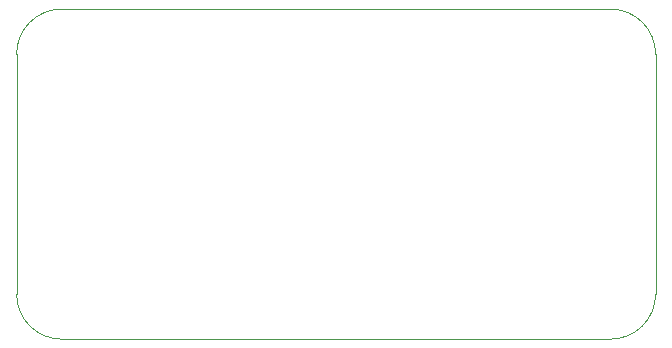
<source format=gm1>
G04 #@! TF.GenerationSoftware,KiCad,Pcbnew,7.0.1*
G04 #@! TF.CreationDate,2023-07-05T13:46:03-05:00*
G04 #@! TF.ProjectId,MCP23008 Keypad Breakout,4d435032-3330-4303-9820-4b6579706164,rev?*
G04 #@! TF.SameCoordinates,Original*
G04 #@! TF.FileFunction,Profile,NP*
%FSLAX46Y46*%
G04 Gerber Fmt 4.6, Leading zero omitted, Abs format (unit mm)*
G04 Created by KiCad (PCBNEW 7.0.1) date 2023-07-05 13:46:03*
%MOMM*%
%LPD*%
G01*
G04 APERTURE LIST*
G04 #@! TA.AperFunction,Profile*
%ADD10C,0.100000*%
G04 #@! TD*
G04 APERTURE END LIST*
D10*
X173736000Y-133350000D02*
G75*
G03*
X177546000Y-129540000I0J3810000D01*
G01*
X177546000Y-109220000D02*
G75*
G03*
X173736000Y-105410000I-3810000J0D01*
G01*
X123444000Y-129540000D02*
G75*
G03*
X127254000Y-133350000I3810000J0D01*
G01*
X127254000Y-105410000D02*
G75*
G03*
X123444000Y-109220000I0J-3810000D01*
G01*
X173736000Y-105410000D02*
X127254000Y-105410000D01*
X123444000Y-129540000D02*
X123444000Y-109220000D01*
X177546000Y-129540000D02*
X177546000Y-109220000D01*
X127254000Y-133350000D02*
X173736000Y-133350000D01*
M02*

</source>
